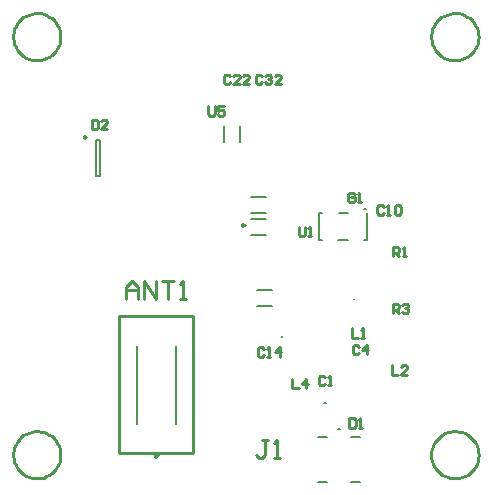
<source format=gto>
G04*
G04 #@! TF.GenerationSoftware,Altium Limited,Altium Designer,22.11.1 (43)*
G04*
G04 Layer_Color=65535*
%FSLAX25Y25*%
%MOIN*%
G70*
G04*
G04 #@! TF.SameCoordinates,40CF40E7-FDA6-4BEF-B87F-FA6DAB628F73*
G04*
G04*
G04 #@! TF.FilePolarity,Positive*
G04*
G01*
G75*
%ADD10C,0.00787*%
%ADD11C,0.00984*%
%ADD12C,0.00394*%
%ADD13C,0.00787*%
%ADD14C,0.01000*%
%ADD15C,0.00500*%
D10*
X197509Y169673D02*
X196721D01*
X197509D01*
X188996Y96535D02*
X188209D01*
X188996D01*
X183661Y104958D02*
X184055D01*
X183661D01*
X184055D01*
X134055Y97933D02*
Y124114D01*
X121063Y97933D02*
Y124114D01*
X192421Y93740D02*
X195571D01*
X181398D02*
X184547D01*
X192421Y78740D02*
X195571D01*
X181398D02*
X184547D01*
X150174Y192241D02*
Y197251D01*
X155489Y192241D02*
Y197251D01*
X159342Y173642D02*
X164351D01*
X159342Y168327D02*
X164351D01*
X161042Y142618D02*
X166052D01*
X161042Y137303D02*
X166052D01*
X159342Y166538D02*
X164351D01*
X159342Y161223D02*
X164351D01*
X108858Y180610D02*
Y192815D01*
X107677Y180610D02*
Y192815D01*
Y180610D02*
X108858D01*
X107677Y192815D02*
X108858D01*
D11*
X128051Y87598D02*
X127313Y88025D01*
Y87172D01*
X128051Y87598D01*
X157061Y164468D02*
X156323Y164895D01*
Y164042D01*
X157061Y164468D01*
X104232Y193799D02*
X103494Y194225D01*
Y193373D01*
X104232Y193799D01*
D12*
X193566Y139738D02*
X193172D01*
X193566D01*
X193172D01*
D13*
X169587Y127025D02*
D03*
D14*
X235049Y87795D02*
X234987Y88783D01*
X234802Y89756D01*
X234496Y90697D01*
X234074Y91593D01*
X233543Y92429D01*
X232912Y93192D01*
X232191Y93870D01*
X231390Y94452D01*
X230522Y94929D01*
X229602Y95293D01*
X228643Y95539D01*
X227660Y95664D01*
X226670D01*
X225688Y95539D01*
X224729Y95293D01*
X223809Y94929D01*
X222941Y94452D01*
X222140Y93870D01*
X221418Y93192D01*
X220787Y92429D01*
X220257Y91593D01*
X219835Y90697D01*
X219529Y89756D01*
X219344Y88783D01*
X219282Y87795D01*
X219344Y86807D01*
X219529Y85835D01*
X219835Y84893D01*
X220257Y83997D01*
X220787Y83161D01*
X221418Y82398D01*
X222140Y81721D01*
X222941Y81139D01*
X223809Y80662D01*
X224729Y80297D01*
X225688Y80051D01*
X226670Y79927D01*
X227660D01*
X228643Y80051D01*
X229602Y80297D01*
X230522Y80662D01*
X231390Y81139D01*
X232191Y81721D01*
X232912Y82398D01*
X233543Y83161D01*
X234074Y83997D01*
X234496Y84893D01*
X234802Y85835D01*
X234987Y86807D01*
X235049Y87795D01*
X95669D02*
X95605Y88802D01*
X95412Y89793D01*
X95094Y90750D01*
X94656Y91659D01*
X94106Y92505D01*
X93452Y93273D01*
X92705Y93951D01*
X91877Y94529D01*
X90983Y94995D01*
X90036Y95344D01*
X89052Y95568D01*
X88048Y95665D01*
X87039Y95633D01*
X86043Y95472D01*
X85076Y95185D01*
X84153Y94776D01*
X83290Y94253D01*
X82502Y93624D01*
X81800Y92899D01*
X81196Y92091D01*
X80701Y91212D01*
X80322Y90276D01*
X80067Y89301D01*
X79937Y88300D01*
Y87291D01*
X80067Y86290D01*
X80322Y85314D01*
X80701Y84379D01*
X81196Y83500D01*
X81800Y82691D01*
X82502Y81966D01*
X83290Y81337D01*
X84153Y80814D01*
X85076Y80406D01*
X86043Y80119D01*
X87039Y79958D01*
X88048Y79925D01*
X89052Y80022D01*
X90036Y80247D01*
X90983Y80595D01*
X91877Y81062D01*
X92705Y81639D01*
X93452Y82318D01*
X94106Y83086D01*
X94656Y83931D01*
X95094Y84840D01*
X95412Y85798D01*
X95605Y86788D01*
X95669Y87795D01*
X235039Y227165D02*
X234975Y228172D01*
X234782Y229163D01*
X234464Y230120D01*
X234026Y231029D01*
X233476Y231875D01*
X232822Y232643D01*
X232075Y233321D01*
X231247Y233899D01*
X230353Y234365D01*
X229406Y234714D01*
X228422Y234938D01*
X227418Y235035D01*
X226409Y235003D01*
X225413Y234842D01*
X224446Y234555D01*
X223523Y234146D01*
X222660Y233623D01*
X221872Y232994D01*
X221170Y232270D01*
X220566Y231461D01*
X220071Y230582D01*
X219692Y229646D01*
X219437Y228671D01*
X219307Y227670D01*
Y226661D01*
X219437Y225660D01*
X219692Y224684D01*
X220071Y223749D01*
X220566Y222870D01*
X221170Y222061D01*
X221872Y221336D01*
X222660Y220707D01*
X223523Y220184D01*
X224446Y219776D01*
X225413Y219489D01*
X226409Y219328D01*
X227418Y219295D01*
X228422Y219392D01*
X229406Y219617D01*
X230353Y219965D01*
X231247Y220432D01*
X232075Y221009D01*
X232822Y221688D01*
X233476Y222456D01*
X234026Y223301D01*
X234464Y224211D01*
X234782Y225168D01*
X234975Y226158D01*
X235039Y227165D01*
X95669Y227165D02*
X95605Y228172D01*
X95412Y229163D01*
X95094Y230120D01*
X94656Y231029D01*
X94106Y231875D01*
X93452Y232643D01*
X92705Y233321D01*
X91877Y233899D01*
X90983Y234365D01*
X90036Y234714D01*
X89052Y234938D01*
X88048Y235035D01*
X87039Y235003D01*
X86043Y234842D01*
X85076Y234555D01*
X84153Y234146D01*
X83290Y233623D01*
X82502Y232994D01*
X81800Y232270D01*
X81196Y231461D01*
X80701Y230582D01*
X80322Y229646D01*
X80067Y228671D01*
X79937Y227670D01*
Y226661D01*
X80067Y225660D01*
X80322Y224684D01*
X80701Y223749D01*
X81196Y222870D01*
X81800Y222061D01*
X82502Y221336D01*
X83290Y220707D01*
X84153Y220184D01*
X85076Y219776D01*
X86043Y219489D01*
X87039Y219328D01*
X88048Y219295D01*
X89052Y219392D01*
X90036Y219617D01*
X90983Y219965D01*
X91877Y220432D01*
X92705Y221009D01*
X93452Y221688D01*
X94106Y222456D01*
X94656Y223301D01*
X95094Y224211D01*
X95412Y225168D01*
X95605Y226158D01*
X95669Y227165D01*
X115157Y88484D02*
Y134055D01*
Y88386D02*
X139764D01*
Y134055D01*
X115157D02*
X139764D01*
X193701Y174672D02*
X193176Y175196D01*
X192127D01*
X191602Y174672D01*
Y172573D01*
X192127Y172048D01*
X193176D01*
X193701Y172573D01*
Y173622D01*
X192651D01*
X194750Y172048D02*
X195800D01*
X195275D01*
Y175196D01*
X194750Y174672D01*
X117562Y139914D02*
Y143913D01*
X119562Y145912D01*
X121561Y143913D01*
Y139914D01*
Y142913D01*
X117562D01*
X123560Y139914D02*
Y145912D01*
X127559Y139914D01*
Y145912D01*
X129558D02*
X133557D01*
X131558D01*
Y139914D01*
X135556D02*
X137556D01*
X136556D01*
Y145912D01*
X135556Y144913D01*
X145014Y203937D02*
Y201313D01*
X145539Y200788D01*
X146588D01*
X147113Y201313D01*
Y203937D01*
X150262D02*
X148163D01*
Y202362D01*
X149212Y202887D01*
X149737D01*
X150262Y202362D01*
Y201313D01*
X149737Y200788D01*
X148687D01*
X148163Y201313D01*
X106095Y199502D02*
Y196354D01*
X107669D01*
X108194Y196878D01*
Y198977D01*
X107669Y199502D01*
X106095D01*
X111343Y196354D02*
X109244D01*
X111343Y198453D01*
Y198977D01*
X110818Y199502D01*
X109768D01*
X109244Y198977D01*
X162862Y214042D02*
X162337Y214566D01*
X161287D01*
X160763Y214042D01*
Y211943D01*
X161287Y211418D01*
X162337D01*
X162862Y211943D01*
X163911Y214042D02*
X164436Y214566D01*
X165485D01*
X166010Y214042D01*
Y213517D01*
X165485Y212992D01*
X164961D01*
X165485D01*
X166010Y212467D01*
Y211943D01*
X165485Y211418D01*
X164436D01*
X163911Y211943D01*
X169159Y211418D02*
X167060D01*
X169159Y213517D01*
Y214042D01*
X168634Y214566D01*
X167585D01*
X167060Y214042D01*
X152232D02*
X151707Y214566D01*
X150657D01*
X150133Y214042D01*
Y211943D01*
X150657Y211418D01*
X151707D01*
X152232Y211943D01*
X155380Y211418D02*
X153281D01*
X155380Y213517D01*
Y214042D01*
X154856Y214566D01*
X153806D01*
X153281Y214042D01*
X158529Y211418D02*
X156430D01*
X158529Y213517D01*
Y214042D01*
X158004Y214566D01*
X156955D01*
X156430Y214042D01*
X206431Y135040D02*
Y138189D01*
X208006D01*
X208530Y137664D01*
Y136614D01*
X208006Y136089D01*
X206431D01*
X207481D02*
X208530Y135040D01*
X209580Y137664D02*
X210105Y138189D01*
X211154D01*
X211679Y137664D01*
Y137139D01*
X211154Y136614D01*
X210629D01*
X211154D01*
X211679Y136089D01*
Y135565D01*
X211154Y135040D01*
X210105D01*
X209580Y135565D01*
X206562Y153937D02*
Y157086D01*
X208137D01*
X208661Y156561D01*
Y155512D01*
X208137Y154987D01*
X206562D01*
X207612D02*
X208661Y153937D01*
X209711D02*
X210760D01*
X210236D01*
Y157086D01*
X209711Y156561D01*
X163518Y123097D02*
X162993Y123621D01*
X161943D01*
X161419Y123097D01*
Y120998D01*
X161943Y120473D01*
X162993D01*
X163518Y120998D01*
X164567Y120473D02*
X165617D01*
X165092D01*
Y123621D01*
X164567Y123097D01*
X168765Y120473D02*
Y123621D01*
X167191Y122047D01*
X169290D01*
X203399Y170524D02*
X202874Y171049D01*
X201825D01*
X201300Y170524D01*
Y168425D01*
X201825Y167900D01*
X202874D01*
X203399Y168425D01*
X204449Y167900D02*
X205498D01*
X204973D01*
Y171049D01*
X204449Y170524D01*
X207072D02*
X207597Y171049D01*
X208647D01*
X209172Y170524D01*
Y168425D01*
X208647Y167900D01*
X207597D01*
X207072Y168425D01*
Y170524D01*
X195144Y123884D02*
X194620Y124409D01*
X193570D01*
X193045Y123884D01*
Y121785D01*
X193570Y121260D01*
X194620D01*
X195144Y121785D01*
X197768Y121260D02*
Y124409D01*
X196194Y122835D01*
X198293D01*
X206038Y117716D02*
Y114567D01*
X208137D01*
X211285D02*
X209186D01*
X211285Y116666D01*
Y117191D01*
X210760Y117716D01*
X209711D01*
X209186Y117191D01*
X172956Y113090D02*
Y109941D01*
X175055D01*
X177679D02*
Y113090D01*
X176104Y111516D01*
X178204D01*
X192740Y129924D02*
Y126775D01*
X194840D01*
X195889D02*
X196939D01*
X196414D01*
Y129924D01*
X195889Y129399D01*
X183858Y113648D02*
X183334Y114173D01*
X182284D01*
X181759Y113648D01*
Y111549D01*
X182284Y111024D01*
X183334D01*
X183858Y111549D01*
X184908Y111024D02*
X185957D01*
X185433D01*
Y114173D01*
X184908Y113648D01*
X191995Y99999D02*
Y96851D01*
X193570D01*
X194095Y97376D01*
Y99475D01*
X193570Y99999D01*
X191995D01*
X195144Y96851D02*
X196194D01*
X195669D01*
Y99999D01*
X195144Y99475D01*
X175066Y163779D02*
Y161155D01*
X175591Y160630D01*
X176641D01*
X177165Y161155D01*
Y163779D01*
X178215Y160630D02*
X179264D01*
X178740D01*
Y163779D01*
X178215Y163254D01*
X164961Y92763D02*
X162961D01*
X163961D01*
Y87764D01*
X162961Y86765D01*
X161962D01*
X160962Y87764D01*
X166960Y86765D02*
X168959D01*
X167960D01*
Y92763D01*
X166960Y91763D01*
D15*
X196721Y159437D02*
X197902D01*
X181761Y168492D02*
X182942D01*
X188060Y159437D02*
X191603D01*
X188454Y168492D02*
X191603D01*
X181761Y163374D02*
Y168492D01*
Y159437D02*
Y163374D01*
Y159437D02*
X182942D01*
X197902D02*
Y168098D01*
X197706Y168295D02*
X197902Y168098D01*
M02*

</source>
